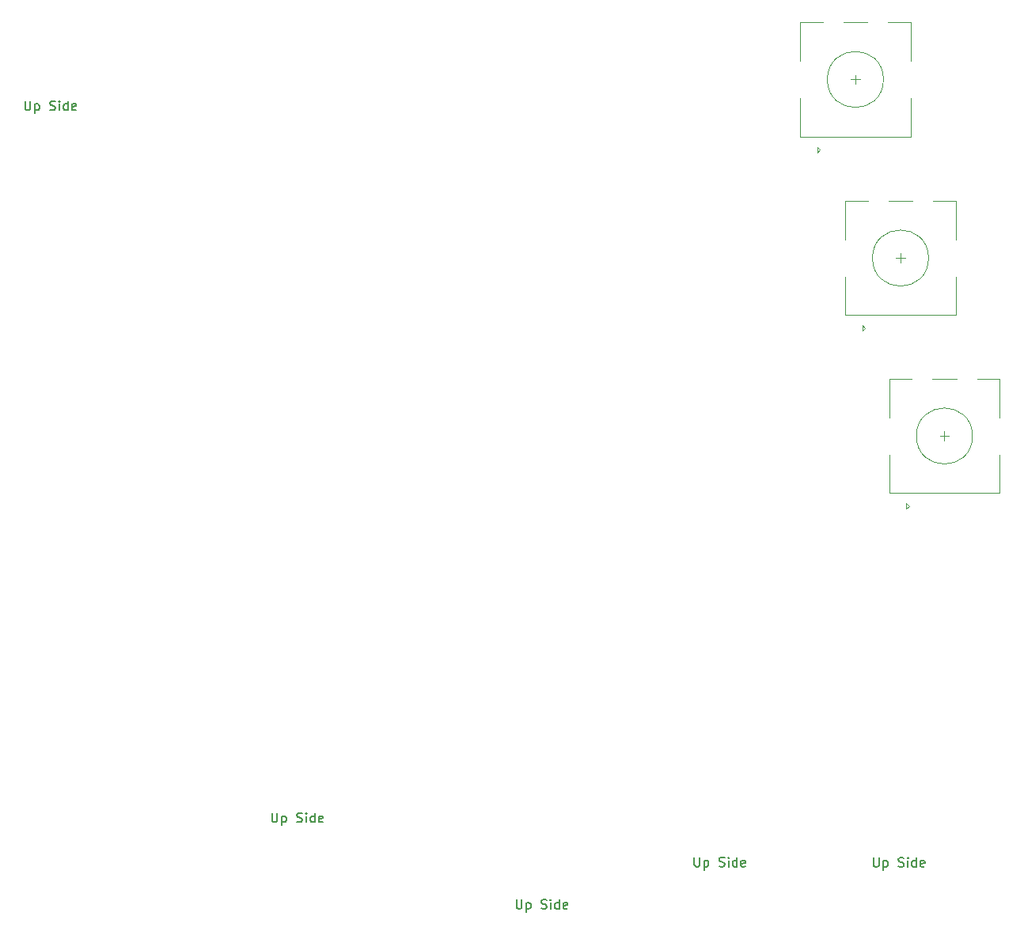
<source format=gto>
G04 #@! TF.GenerationSoftware,KiCad,Pcbnew,(5.99.0-1131-g93b7eacfb)*
G04 #@! TF.CreationDate,2020-05-05T10:31:04+09:00*
G04 #@! TF.ProjectId,unnamed,756e6e61-6d65-4642-9e6b-696361645f70,rev?*
G04 #@! TF.SameCoordinates,Original*
G04 #@! TF.FileFunction,Legend,Top*
G04 #@! TF.FilePolarity,Positive*
%FSLAX46Y46*%
G04 Gerber Fmt 4.6, Leading zero omitted, Abs format (unit mm)*
G04 Created by KiCad (PCBNEW (5.99.0-1131-g93b7eacfb)) date 2020-05-05 10:31:04*
%MOMM*%
%LPD*%
G01*
G04 APERTURE LIST*
%ADD10C,0.120000*%
%ADD11C,0.150000*%
%ADD12C,3.987800*%
%ADD13C,1.750000*%
%ADD14C,3.048000*%
%ADD15R,2.000000X2.000000*%
%ADD16C,2.000000*%
%ADD17R,2.000000X3.200000*%
%ADD18O,1.200000X2.300000*%
%ADD19C,0.600000*%
G04 APERTURE END LIST*
D10*
X471195750Y-196759750D02*
G75*
G03*
X471195750Y-196759750I-3000000J0D01*
G01*
X462295750Y-194759750D02*
X462295750Y-190659750D01*
X474095750Y-190659750D02*
X474095750Y-194759750D01*
X474095750Y-198759750D02*
X474095750Y-202859750D01*
X462295750Y-198759750D02*
X462295750Y-202859750D01*
X462295750Y-202859750D02*
X474095750Y-202859750D01*
X464395750Y-204259750D02*
X464095750Y-204559750D01*
X464095750Y-204559750D02*
X464095750Y-203959750D01*
X464095750Y-203959750D02*
X464395750Y-204259750D01*
X462295750Y-190659750D02*
X464695750Y-190659750D01*
X466895750Y-190659750D02*
X469495750Y-190659750D01*
X471695750Y-190659750D02*
X474095750Y-190659750D01*
X467695750Y-196759750D02*
X468695750Y-196759750D01*
X468195750Y-197259750D02*
X468195750Y-196259750D01*
X466496750Y-177709750D02*
G75*
G03*
X466496750Y-177709750I-3000000J0D01*
G01*
X457596750Y-175709750D02*
X457596750Y-171609750D01*
X469396750Y-171609750D02*
X469396750Y-175709750D01*
X469396750Y-179709750D02*
X469396750Y-183809750D01*
X457596750Y-179709750D02*
X457596750Y-183809750D01*
X457596750Y-183809750D02*
X469396750Y-183809750D01*
X459696750Y-185209750D02*
X459396750Y-185509750D01*
X459396750Y-185509750D02*
X459396750Y-184909750D01*
X459396750Y-184909750D02*
X459696750Y-185209750D01*
X457596750Y-171609750D02*
X459996750Y-171609750D01*
X462196750Y-171609750D02*
X464796750Y-171609750D01*
X466996750Y-171609750D02*
X469396750Y-171609750D01*
X462996750Y-177709750D02*
X463996750Y-177709750D01*
X463496750Y-178209750D02*
X463496750Y-177209750D01*
X461670750Y-158596250D02*
G75*
G03*
X461670750Y-158596250I-3000000J0D01*
G01*
X452770750Y-156596250D02*
X452770750Y-152496250D01*
X464570750Y-152496250D02*
X464570750Y-156596250D01*
X464570750Y-160596250D02*
X464570750Y-164696250D01*
X452770750Y-160596250D02*
X452770750Y-164696250D01*
X452770750Y-164696250D02*
X464570750Y-164696250D01*
X454870750Y-166096250D02*
X454570750Y-166396250D01*
X454570750Y-166396250D02*
X454570750Y-165796250D01*
X454570750Y-165796250D02*
X454870750Y-166096250D01*
X452770750Y-152496250D02*
X455170750Y-152496250D01*
X457370750Y-152496250D02*
X459970750Y-152496250D01*
X462170750Y-152496250D02*
X464570750Y-152496250D01*
X458170750Y-158596250D02*
X459170750Y-158596250D01*
X458670750Y-159096250D02*
X458670750Y-158096250D01*
D11*
X460609654Y-241867880D02*
X460609654Y-242677404D01*
X460657273Y-242772642D01*
X460704892Y-242820261D01*
X460800130Y-242867880D01*
X460990606Y-242867880D01*
X461085844Y-242820261D01*
X461133463Y-242772642D01*
X461181082Y-242677404D01*
X461181082Y-241867880D01*
X461657273Y-242201214D02*
X461657273Y-243201214D01*
X461657273Y-242248833D02*
X461752511Y-242201214D01*
X461942987Y-242201214D01*
X462038225Y-242248833D01*
X462085844Y-242296452D01*
X462133463Y-242391690D01*
X462133463Y-242677404D01*
X462085844Y-242772642D01*
X462038225Y-242820261D01*
X461942987Y-242867880D01*
X461752511Y-242867880D01*
X461657273Y-242820261D01*
X463276320Y-242820261D02*
X463419178Y-242867880D01*
X463657273Y-242867880D01*
X463752511Y-242820261D01*
X463800130Y-242772642D01*
X463847749Y-242677404D01*
X463847749Y-242582166D01*
X463800130Y-242486928D01*
X463752511Y-242439309D01*
X463657273Y-242391690D01*
X463466797Y-242344071D01*
X463371559Y-242296452D01*
X463323940Y-242248833D01*
X463276320Y-242153595D01*
X463276320Y-242058357D01*
X463323940Y-241963119D01*
X463371559Y-241915500D01*
X463466797Y-241867880D01*
X463704892Y-241867880D01*
X463847749Y-241915500D01*
X464276320Y-242867880D02*
X464276320Y-242201214D01*
X464276320Y-241867880D02*
X464228701Y-241915500D01*
X464276320Y-241963119D01*
X464323940Y-241915500D01*
X464276320Y-241867880D01*
X464276320Y-241963119D01*
X465181082Y-242867880D02*
X465181082Y-241867880D01*
X465181082Y-242820261D02*
X465085844Y-242867880D01*
X464895368Y-242867880D01*
X464800130Y-242820261D01*
X464752511Y-242772642D01*
X464704892Y-242677404D01*
X464704892Y-242391690D01*
X464752511Y-242296452D01*
X464800130Y-242248833D01*
X464895368Y-242201214D01*
X465085844Y-242201214D01*
X465181082Y-242248833D01*
X466038225Y-242820261D02*
X465942987Y-242867880D01*
X465752511Y-242867880D01*
X465657273Y-242820261D01*
X465609654Y-242725023D01*
X465609654Y-242344071D01*
X465657273Y-242248833D01*
X465752511Y-242201214D01*
X465942987Y-242201214D01*
X466038225Y-242248833D01*
X466085844Y-242344071D01*
X466085844Y-242439309D01*
X465609654Y-242534547D01*
X441437734Y-241850100D02*
X441437734Y-242659624D01*
X441485353Y-242754862D01*
X441532972Y-242802481D01*
X441628210Y-242850100D01*
X441818686Y-242850100D01*
X441913924Y-242802481D01*
X441961543Y-242754862D01*
X442009162Y-242659624D01*
X442009162Y-241850100D01*
X442485353Y-242183434D02*
X442485353Y-243183434D01*
X442485353Y-242231053D02*
X442580591Y-242183434D01*
X442771067Y-242183434D01*
X442866305Y-242231053D01*
X442913924Y-242278672D01*
X442961543Y-242373910D01*
X442961543Y-242659624D01*
X442913924Y-242754862D01*
X442866305Y-242802481D01*
X442771067Y-242850100D01*
X442580591Y-242850100D01*
X442485353Y-242802481D01*
X444104400Y-242802481D02*
X444247258Y-242850100D01*
X444485353Y-242850100D01*
X444580591Y-242802481D01*
X444628210Y-242754862D01*
X444675829Y-242659624D01*
X444675829Y-242564386D01*
X444628210Y-242469148D01*
X444580591Y-242421529D01*
X444485353Y-242373910D01*
X444294877Y-242326291D01*
X444199639Y-242278672D01*
X444152020Y-242231053D01*
X444104400Y-242135815D01*
X444104400Y-242040577D01*
X444152020Y-241945339D01*
X444199639Y-241897720D01*
X444294877Y-241850100D01*
X444532972Y-241850100D01*
X444675829Y-241897720D01*
X445104400Y-242850100D02*
X445104400Y-242183434D01*
X445104400Y-241850100D02*
X445056781Y-241897720D01*
X445104400Y-241945339D01*
X445152020Y-241897720D01*
X445104400Y-241850100D01*
X445104400Y-241945339D01*
X446009162Y-242850100D02*
X446009162Y-241850100D01*
X446009162Y-242802481D02*
X445913924Y-242850100D01*
X445723448Y-242850100D01*
X445628210Y-242802481D01*
X445580591Y-242754862D01*
X445532972Y-242659624D01*
X445532972Y-242373910D01*
X445580591Y-242278672D01*
X445628210Y-242231053D01*
X445723448Y-242183434D01*
X445913924Y-242183434D01*
X446009162Y-242231053D01*
X446866305Y-242802481D02*
X446771067Y-242850100D01*
X446580591Y-242850100D01*
X446485353Y-242802481D01*
X446437734Y-242707243D01*
X446437734Y-242326291D01*
X446485353Y-242231053D01*
X446580591Y-242183434D01*
X446771067Y-242183434D01*
X446866305Y-242231053D01*
X446913924Y-242326291D01*
X446913924Y-242421529D01*
X446437734Y-242516767D01*
X422397894Y-246372960D02*
X422397894Y-247182484D01*
X422445513Y-247277722D01*
X422493132Y-247325341D01*
X422588370Y-247372960D01*
X422778846Y-247372960D01*
X422874084Y-247325341D01*
X422921703Y-247277722D01*
X422969322Y-247182484D01*
X422969322Y-246372960D01*
X423445513Y-246706294D02*
X423445513Y-247706294D01*
X423445513Y-246753913D02*
X423540751Y-246706294D01*
X423731227Y-246706294D01*
X423826465Y-246753913D01*
X423874084Y-246801532D01*
X423921703Y-246896770D01*
X423921703Y-247182484D01*
X423874084Y-247277722D01*
X423826465Y-247325341D01*
X423731227Y-247372960D01*
X423540751Y-247372960D01*
X423445513Y-247325341D01*
X425064560Y-247325341D02*
X425207418Y-247372960D01*
X425445513Y-247372960D01*
X425540751Y-247325341D01*
X425588370Y-247277722D01*
X425635989Y-247182484D01*
X425635989Y-247087246D01*
X425588370Y-246992008D01*
X425540751Y-246944389D01*
X425445513Y-246896770D01*
X425255037Y-246849151D01*
X425159799Y-246801532D01*
X425112180Y-246753913D01*
X425064560Y-246658675D01*
X425064560Y-246563437D01*
X425112180Y-246468199D01*
X425159799Y-246420580D01*
X425255037Y-246372960D01*
X425493132Y-246372960D01*
X425635989Y-246420580D01*
X426064560Y-247372960D02*
X426064560Y-246706294D01*
X426064560Y-246372960D02*
X426016941Y-246420580D01*
X426064560Y-246468199D01*
X426112180Y-246420580D01*
X426064560Y-246372960D01*
X426064560Y-246468199D01*
X426969322Y-247372960D02*
X426969322Y-246372960D01*
X426969322Y-247325341D02*
X426874084Y-247372960D01*
X426683608Y-247372960D01*
X426588370Y-247325341D01*
X426540751Y-247277722D01*
X426493132Y-247182484D01*
X426493132Y-246896770D01*
X426540751Y-246801532D01*
X426588370Y-246753913D01*
X426683608Y-246706294D01*
X426874084Y-246706294D01*
X426969322Y-246753913D01*
X427826465Y-247325341D02*
X427731227Y-247372960D01*
X427540751Y-247372960D01*
X427445513Y-247325341D01*
X427397894Y-247230103D01*
X427397894Y-246849151D01*
X427445513Y-246753913D01*
X427540751Y-246706294D01*
X427731227Y-246706294D01*
X427826465Y-246753913D01*
X427874084Y-246849151D01*
X427874084Y-246944389D01*
X427397894Y-247039627D01*
X396253674Y-237097760D02*
X396253674Y-237907284D01*
X396301293Y-238002522D01*
X396348912Y-238050141D01*
X396444150Y-238097760D01*
X396634626Y-238097760D01*
X396729864Y-238050141D01*
X396777483Y-238002522D01*
X396825102Y-237907284D01*
X396825102Y-237097760D01*
X397301293Y-237431094D02*
X397301293Y-238431094D01*
X397301293Y-237478713D02*
X397396531Y-237431094D01*
X397587007Y-237431094D01*
X397682245Y-237478713D01*
X397729864Y-237526332D01*
X397777483Y-237621570D01*
X397777483Y-237907284D01*
X397729864Y-238002522D01*
X397682245Y-238050141D01*
X397587007Y-238097760D01*
X397396531Y-238097760D01*
X397301293Y-238050141D01*
X398920340Y-238050141D02*
X399063198Y-238097760D01*
X399301293Y-238097760D01*
X399396531Y-238050141D01*
X399444150Y-238002522D01*
X399491769Y-237907284D01*
X399491769Y-237812046D01*
X399444150Y-237716808D01*
X399396531Y-237669189D01*
X399301293Y-237621570D01*
X399110817Y-237573951D01*
X399015579Y-237526332D01*
X398967960Y-237478713D01*
X398920340Y-237383475D01*
X398920340Y-237288237D01*
X398967960Y-237192999D01*
X399015579Y-237145380D01*
X399110817Y-237097760D01*
X399348912Y-237097760D01*
X399491769Y-237145380D01*
X399920340Y-238097760D02*
X399920340Y-237431094D01*
X399920340Y-237097760D02*
X399872721Y-237145380D01*
X399920340Y-237192999D01*
X399967960Y-237145380D01*
X399920340Y-237097760D01*
X399920340Y-237192999D01*
X400825102Y-238097760D02*
X400825102Y-237097760D01*
X400825102Y-238050141D02*
X400729864Y-238097760D01*
X400539388Y-238097760D01*
X400444150Y-238050141D01*
X400396531Y-238002522D01*
X400348912Y-237907284D01*
X400348912Y-237621570D01*
X400396531Y-237526332D01*
X400444150Y-237478713D01*
X400539388Y-237431094D01*
X400729864Y-237431094D01*
X400825102Y-237478713D01*
X401682245Y-238050141D02*
X401587007Y-238097760D01*
X401396531Y-238097760D01*
X401301293Y-238050141D01*
X401253674Y-237954903D01*
X401253674Y-237573951D01*
X401301293Y-237478713D01*
X401396531Y-237431094D01*
X401587007Y-237431094D01*
X401682245Y-237478713D01*
X401729864Y-237573951D01*
X401729864Y-237669189D01*
X401253674Y-237764427D01*
X369835134Y-160887600D02*
X369835134Y-161697124D01*
X369882753Y-161792362D01*
X369930372Y-161839981D01*
X370025610Y-161887600D01*
X370216086Y-161887600D01*
X370311324Y-161839981D01*
X370358943Y-161792362D01*
X370406562Y-161697124D01*
X370406562Y-160887600D01*
X370882753Y-161220934D02*
X370882753Y-162220934D01*
X370882753Y-161268553D02*
X370977991Y-161220934D01*
X371168467Y-161220934D01*
X371263705Y-161268553D01*
X371311324Y-161316172D01*
X371358943Y-161411410D01*
X371358943Y-161697124D01*
X371311324Y-161792362D01*
X371263705Y-161839981D01*
X371168467Y-161887600D01*
X370977991Y-161887600D01*
X370882753Y-161839981D01*
X372501800Y-161839981D02*
X372644658Y-161887600D01*
X372882753Y-161887600D01*
X372977991Y-161839981D01*
X373025610Y-161792362D01*
X373073229Y-161697124D01*
X373073229Y-161601886D01*
X373025610Y-161506648D01*
X372977991Y-161459029D01*
X372882753Y-161411410D01*
X372692277Y-161363791D01*
X372597039Y-161316172D01*
X372549420Y-161268553D01*
X372501800Y-161173315D01*
X372501800Y-161078077D01*
X372549420Y-160982839D01*
X372597039Y-160935220D01*
X372692277Y-160887600D01*
X372930372Y-160887600D01*
X373073229Y-160935220D01*
X373501800Y-161887600D02*
X373501800Y-161220934D01*
X373501800Y-160887600D02*
X373454181Y-160935220D01*
X373501800Y-160982839D01*
X373549420Y-160935220D01*
X373501800Y-160887600D01*
X373501800Y-160982839D01*
X374406562Y-161887600D02*
X374406562Y-160887600D01*
X374406562Y-161839981D02*
X374311324Y-161887600D01*
X374120848Y-161887600D01*
X374025610Y-161839981D01*
X373977991Y-161792362D01*
X373930372Y-161697124D01*
X373930372Y-161411410D01*
X373977991Y-161316172D01*
X374025610Y-161268553D01*
X374120848Y-161220934D01*
X374311324Y-161220934D01*
X374406562Y-161268553D01*
X375263705Y-161839981D02*
X375168467Y-161887600D01*
X374977991Y-161887600D01*
X374882753Y-161839981D01*
X374835134Y-161744743D01*
X374835134Y-161363791D01*
X374882753Y-161268553D01*
X374977991Y-161220934D01*
X375168467Y-161220934D01*
X375263705Y-161268553D01*
X375311324Y-161363791D01*
X375311324Y-161459029D01*
X374835134Y-161554267D01*
%LPC*%
D12*
X420456250Y-158309746D03*
D13*
X415376250Y-158309746D03*
X425536250Y-158309746D03*
D14*
X408550000Y-165294746D03*
X432362500Y-165294746D03*
D12*
X408550000Y-150054746D03*
X432362500Y-150054746D03*
X424742500Y-196409746D03*
D13*
X419662500Y-196409746D03*
X429822500Y-196409746D03*
D14*
X412836250Y-203394746D03*
X436648750Y-203394746D03*
D12*
X412836250Y-188154746D03*
X436648750Y-188154746D03*
D15*
X465695750Y-204259750D03*
D16*
X468195750Y-204259750D03*
X470695750Y-204259750D03*
D17*
X462595750Y-196759750D03*
X473795750Y-196759750D03*
D16*
X465695750Y-189759750D03*
X470695750Y-189759750D03*
D15*
X460996750Y-185209750D03*
D16*
X463496750Y-185209750D03*
X465996750Y-185209750D03*
D17*
X457896750Y-177709750D03*
X469096750Y-177709750D03*
D16*
X460996750Y-170709750D03*
X465996750Y-170709750D03*
D15*
X456170750Y-166096250D03*
D16*
X458670750Y-166096250D03*
X461170750Y-166096250D03*
D17*
X453070750Y-158596250D03*
X464270750Y-158596250D03*
D16*
X456170750Y-151596250D03*
X461170750Y-151596250D03*
D18*
X270749000Y-149691800D03*
X281899000Y-149691800D03*
X270749000Y-145091800D03*
X281899000Y-145091800D03*
D19*
X272574000Y-149771800D03*
X280074000Y-149771800D03*
D12*
X139931250Y-196406250D03*
D13*
X134851250Y-196406250D03*
X145011250Y-196406250D03*
D12*
X342538325Y-237721345D03*
D13*
X337535502Y-238603478D03*
X347541148Y-236839212D03*
D12*
X309693253Y-243576840D03*
D13*
X304690430Y-244458973D03*
X314696076Y-242694707D03*
D14*
X299180818Y-252523221D03*
X322631553Y-248388224D03*
D12*
X296534420Y-237514751D03*
X319985155Y-233379753D03*
X346261121Y-217687758D03*
D13*
X341258298Y-218569891D03*
X351263944Y-216805625D03*
D12*
X327500534Y-220995756D03*
D13*
X322497711Y-221877889D03*
X332503357Y-220113623D03*
D12*
X308739946Y-224303754D03*
D13*
X303737123Y-225185887D03*
X313742769Y-223421621D03*
D12*
X289979358Y-227611751D03*
D13*
X284976535Y-228493884D03*
X294982181Y-226729618D03*
D12*
X352333417Y-197273172D03*
D13*
X347330594Y-198155305D03*
X357336240Y-196391039D03*
D12*
X333572830Y-200581169D03*
D13*
X328570007Y-201463302D03*
X338575653Y-199699036D03*
D12*
X314800000Y-203900000D03*
D13*
X309797177Y-204782133D03*
X319802823Y-203017867D03*
D12*
X296051654Y-207197165D03*
D13*
X291048831Y-208079298D03*
X301054477Y-206315032D03*
D12*
X344335273Y-179339583D03*
D13*
X339332450Y-180221716D03*
X349338096Y-178457450D03*
D12*
X325574685Y-182647581D03*
D13*
X320571862Y-183529714D03*
X330577508Y-181765448D03*
D12*
X306814097Y-185955579D03*
D13*
X301811274Y-186837712D03*
X311816920Y-185073446D03*
D12*
X288053509Y-189263577D03*
D13*
X283050686Y-190145710D03*
X293056332Y-188381444D03*
D12*
X350407569Y-158924997D03*
D13*
X345404746Y-159807130D03*
X355410392Y-158042864D03*
D12*
X331646981Y-162232994D03*
D13*
X326644158Y-163115127D03*
X336649804Y-161350861D03*
D12*
X312886393Y-165540992D03*
D13*
X307883570Y-166423125D03*
X317889216Y-164658859D03*
D12*
X294125806Y-168848990D03*
D13*
X289122983Y-169731123D03*
X299128629Y-167966857D03*
D12*
X240727675Y-244305345D03*
D13*
X235724852Y-243423212D03*
X245730498Y-245187478D03*
D14*
X227789375Y-249116729D03*
X251240110Y-253251726D03*
D12*
X230435773Y-234108258D03*
X253886508Y-238243256D03*
X203243440Y-237789097D03*
D13*
X198240617Y-236906964D03*
X208246263Y-238671230D03*
D12*
X255793554Y-227681004D03*
D13*
X250790731Y-226798871D03*
X260796377Y-228563137D03*
D12*
X237032966Y-224373006D03*
D13*
X232030143Y-223490873D03*
X242035789Y-225255139D03*
D12*
X218272379Y-221065008D03*
D13*
X213269556Y-220182875D03*
X223275202Y-221947141D03*
D12*
X199511791Y-217757010D03*
D13*
X194508968Y-216874877D03*
X204514614Y-218639143D03*
D12*
X249721258Y-207266417D03*
D13*
X244718435Y-206384284D03*
X254724081Y-208148550D03*
D12*
X230960670Y-203958419D03*
D13*
X225957847Y-203076286D03*
X235963493Y-204840552D03*
D12*
X212200083Y-200650422D03*
D13*
X207197260Y-199768289D03*
X217202906Y-201532555D03*
D12*
X193439495Y-197342424D03*
D13*
X188436672Y-196460291D03*
X198442318Y-198224557D03*
D12*
X248339109Y-187678830D03*
D13*
X243336286Y-186796697D03*
X253341932Y-188560963D03*
D12*
X229578521Y-184370832D03*
D13*
X224575698Y-183488699D03*
X234581344Y-185252965D03*
D12*
X210817934Y-181062834D03*
D13*
X205815111Y-180180701D03*
X215820757Y-181944967D03*
D12*
X192057346Y-177754837D03*
D13*
X187054523Y-176872704D03*
X197060169Y-178636970D03*
D12*
X261027401Y-170572241D03*
D13*
X256024578Y-169690108D03*
X266030224Y-171454374D03*
D12*
X242266813Y-167264243D03*
D13*
X237263990Y-166382110D03*
X247269636Y-168146376D03*
D12*
X223506225Y-163956246D03*
D13*
X218503402Y-163074113D03*
X228509048Y-164838379D03*
D12*
X204745638Y-160648248D03*
D13*
X199742815Y-159766115D03*
X209748461Y-161530381D03*
D12*
X185985050Y-157340250D03*
D13*
X180982227Y-156458117D03*
X190987873Y-158222383D03*
D12*
X463318750Y-239272246D03*
D13*
X458238750Y-239272246D03*
X468398750Y-239272246D03*
D12*
X444268750Y-239272246D03*
D13*
X439188750Y-239272246D03*
X449348750Y-239272246D03*
D12*
X425218750Y-239272246D03*
D13*
X420138750Y-239272246D03*
X430298750Y-239272246D03*
D12*
X399025000Y-234509746D03*
D13*
X393945000Y-234509746D03*
X404105000Y-234509746D03*
D12*
X375212500Y-234509746D03*
D13*
X370132500Y-234509746D03*
X380292500Y-234509746D03*
D12*
X160900000Y-234509746D03*
D13*
X155820000Y-234509746D03*
X165980000Y-234509746D03*
D12*
X137087500Y-234509746D03*
D13*
X132007500Y-234509746D03*
X142167500Y-234509746D03*
D12*
X444268750Y-220222246D03*
D13*
X439188750Y-220222246D03*
X449348750Y-220222246D03*
D12*
X413312500Y-215459746D03*
D13*
X408232500Y-215459746D03*
X418392500Y-215459746D03*
D12*
X387118750Y-215459746D03*
D13*
X382038750Y-215459746D03*
X392198750Y-215459746D03*
D12*
X368068750Y-215459746D03*
D13*
X362988750Y-215459746D03*
X373148750Y-215459746D03*
D12*
X177568750Y-215459746D03*
D13*
X172488750Y-215459746D03*
X182648750Y-215459746D03*
D12*
X146612500Y-215459746D03*
D13*
X141532500Y-215459746D03*
X151692500Y-215459746D03*
D14*
X134706250Y-222444746D03*
X158518750Y-222444746D03*
D12*
X134706250Y-207204746D03*
X158518750Y-207204746D03*
X393786250Y-196409746D03*
D13*
X388706250Y-196409746D03*
X398866250Y-196409746D03*
D12*
X374736250Y-196409746D03*
D13*
X369656250Y-196409746D03*
X379816250Y-196409746D03*
D12*
X170901250Y-196409746D03*
D13*
X165821250Y-196409746D03*
X175981250Y-196409746D03*
D12*
X144707500Y-196409746D03*
D13*
X139627500Y-196409746D03*
X149787500Y-196409746D03*
D12*
X429981250Y-177359746D03*
D13*
X424901250Y-177359746D03*
X435061250Y-177359746D03*
D12*
X406168750Y-177359746D03*
D13*
X401088750Y-177359746D03*
X411248750Y-177359746D03*
D12*
X387118750Y-177359746D03*
D13*
X382038750Y-177359746D03*
X392198750Y-177359746D03*
D12*
X368068750Y-177359746D03*
D13*
X362988750Y-177359746D03*
X373148750Y-177359746D03*
D12*
X168043750Y-177359746D03*
D13*
X162963750Y-177359746D03*
X173123750Y-177359746D03*
D12*
X144231250Y-177359746D03*
D13*
X139151250Y-177359746D03*
X149311250Y-177359746D03*
D12*
X391881250Y-158309746D03*
D13*
X386801250Y-158309746D03*
X396961250Y-158309746D03*
D12*
X372831250Y-158309746D03*
D13*
X367751250Y-158309746D03*
X377911250Y-158309746D03*
D12*
X163281250Y-158309746D03*
D13*
X158201250Y-158309746D03*
X168361250Y-158309746D03*
D12*
X144231250Y-158309746D03*
D13*
X139151250Y-158309746D03*
X149311250Y-158309746D03*
M02*

</source>
